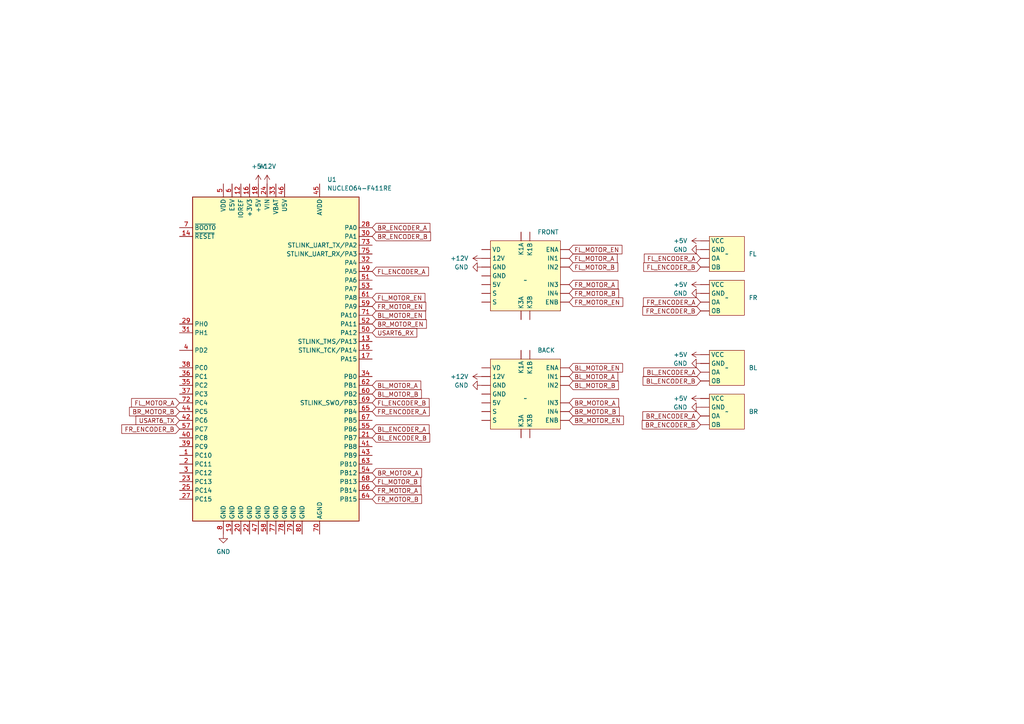
<source format=kicad_sch>
(kicad_sch (version 20230121) (generator eeschema)
  (paper "A4")
  (lib_symbols
    (symbol "MCU_Module:NUCLEO64-F411RE"
      (property "Reference" "U" (at -17.78 50.165 0))
      (property "Value" "NUCLEO64-F411RE" (at -17.78 48.26 0))
      (symbol "NUCLEO64-F411RE_0_1"
        (rectangle (start -24.13 -46.99) (end 24.13 46.99) (stroke (width 0.254)) (fill (type background)))
      )
      (symbol "NUCLEO64-F411RE_1_1"
        (pin bidirectional line (at -27.94 -27.94 0) (length 3.81) (name "PC10") (number "1"))
        (pin no_connect line (at -24.13 20.32 0) (length 3.81) hide (name "NC") (number "10"))
        (pin no_connect line (at -24.13 15.24 0) (length 3.81) hide (name "NC") (number "11"))
        (pin power_in line (at -10.16 50.8 270) (length 3.81) (name "IOREF") (number "12"))
        (pin bidirectional line (at 27.94 5.08 180) (length 3.81) (name "STLINK_TMS/PA13") (number "13"))
        (pin input line (at -27.94 35.56 0) (length 3.81) (name "~{RESET}") (number "14"))
        (pin bidirectional line (at 27.94 2.54 180) (length 3.81) (name "STLINK_TCK/PA14") (number "15"))
        (pin power_in line (at -7.62 50.8 270) (length 3.81) (name "+3V3") (number "16"))
        (pin bidirectional line (at 27.94 0 180) (length 3.81) (name "PA15") (number "17"))
        (pin power_in line (at -5.08 50.8 270) (length 3.81) (name "+5V") (number "18"))
        (pin power_in line (at -12.7 -50.8 90) (length 3.81) (name "GND") (number "19"))
        (pin bidirectional line (at -27.94 -30.48 0) (length 3.81) (name "PC11") (number "2"))
        (pin power_in line (at -10.16 -50.8 90) (length 3.81) (name "GND") (number "20"))
        (pin bidirectional line (at 27.94 -22.86 180) (length 3.81) (name "PB7") (number "21"))
        (pin power_in line (at -7.62 -50.8 90) (length 3.81) (name "GND") (number "22"))
        (pin bidirectional line (at -27.94 -35.56 0) (length 3.81) (name "PC13") (number "23"))
        (pin power_in line (at -2.54 50.8 270) (length 3.81) (name "VIN") (number "24"))
        (pin bidirectional line (at -27.94 -38.1 0) (length 3.81) (name "PC14") (number "25"))
        (pin no_connect line (at -24.13 22.86 0) (length 3.81) hide (name "NC") (number "26"))
        (pin bidirectional line (at -27.94 -40.64 0) (length 3.81) (name "PC15") (number "27"))
        (pin bidirectional line (at 27.94 38.1 180) (length 3.81) (name "PA0") (number "28"))
        (pin bidirectional line (at -27.94 10.16 0) (length 3.81) (name "PH0") (number "29"))
        (pin bidirectional line (at -27.94 -33.02 0) (length 3.81) (name "PC12") (number "3"))
        (pin bidirectional line (at 27.94 35.56 180) (length 3.81) (name "PA1") (number "30"))
        (pin bidirectional line (at -27.94 7.62 0) (length 3.81) (name "PH1") (number "31"))
        (pin bidirectional line (at 27.94 27.94 180) (length 3.81) (name "PA4") (number "32"))
        (pin power_in line (at 0 50.8 270) (length 3.81) (name "VBAT") (number "33"))
        (pin bidirectional line (at 27.94 -5.08 180) (length 3.81) (name "PB0") (number "34"))
        (pin bidirectional line (at -27.94 -7.62 0) (length 3.81) (name "PC2") (number "35"))
        (pin bidirectional line (at -27.94 -5.08 0) (length 3.81) (name "PC1") (number "36"))
        (pin bidirectional line (at -27.94 -10.16 0) (length 3.81) (name "PC3") (number "37"))
        (pin bidirectional line (at -27.94 -2.54 0) (length 3.81) (name "PC0") (number "38"))
        (pin bidirectional line (at -27.94 -25.4 0) (length 3.81) (name "PC9") (number "39"))
        (pin bidirectional line (at -27.94 2.54 0) (length 3.81) (name "PD2") (number "4"))
        (pin bidirectional line (at -27.94 -22.86 0) (length 3.81) (name "PC8") (number "40"))
        (pin bidirectional line (at 27.94 -25.4 180) (length 3.81) (name "PB8") (number "41"))
        (pin bidirectional line (at -27.94 -17.78 0) (length 3.81) (name "PC6") (number "42"))
        (pin bidirectional line (at 27.94 -27.94 180) (length 3.81) (name "PB9") (number "43"))
        (pin bidirectional line (at -27.94 -15.24 0) (length 3.81) (name "PC5") (number "44"))
        (pin power_in line (at 12.7 50.8 270) (length 3.81) (name "AVDD") (number "45"))
        (pin power_in line (at 2.54 50.8 270) (length 3.81) (name "U5V") (number "46"))
        (pin power_in line (at -5.08 -50.8 90) (length 3.81) (name "GND") (number "47"))
        (pin no_connect line (at -24.13 25.4 0) (length 3.81) hide (name "NC") (number "48"))
        (pin bidirectional line (at 27.94 25.4 180) (length 3.81) (name "PA5") (number "49"))
        (pin power_in line (at -15.24 50.8 270) (length 3.81) (name "VDD") (number "5"))
        (pin bidirectional line (at 27.94 7.62 180) (length 3.81) (name "PA12") (number "50"))
        (pin bidirectional line (at 27.94 22.86 180) (length 3.81) (name "PA6") (number "51"))
        (pin bidirectional line (at 27.94 10.16 180) (length 3.81) (name "PA11") (number "52"))
        (pin bidirectional line (at 27.94 20.32 180) (length 3.81) (name "PA7") (number "53"))
        (pin bidirectional line (at 27.94 -33.02 180) (length 3.81) (name "PB12") (number "54"))
        (pin bidirectional line (at 27.94 -20.32 180) (length 3.81) (name "PB6") (number "55"))
        (pin no_connect line (at -24.13 33.02 0) (length 3.81) hide (name "NC") (number "56"))
        (pin bidirectional line (at -27.94 -20.32 0) (length 3.81) (name "PC7") (number "57"))
        (pin power_in line (at -2.54 -50.8 90) (length 3.81) (name "GND") (number "58"))
        (pin bidirectional line (at 27.94 15.24 180) (length 3.81) (name "PA9") (number "59"))
        (pin power_in line (at -12.7 50.8 270) (length 3.81) (name "E5V") (number "6"))
        (pin bidirectional line (at 27.94 -10.16 180) (length 3.81) (name "PB2") (number "60"))
        (pin bidirectional line (at 27.94 17.78 180) (length 3.81) (name "PA8") (number "61"))
        (pin bidirectional line (at 27.94 -7.62 180) (length 3.81) (name "PB1") (number "62"))
        (pin bidirectional line (at 27.94 -30.48 180) (length 3.81) (name "PB10") (number "63"))
        (pin bidirectional line (at 27.94 -40.64 180) (length 3.81) (name "PB15") (number "64"))
        (pin bidirectional line (at 27.94 -15.24 180) (length 3.81) (name "PB4") (number "65"))
        (pin bidirectional line (at 27.94 -38.1 180) (length 3.81) (name "PB14") (number "66"))
        (pin bidirectional line (at 27.94 -17.78 180) (length 3.81) (name "PB5") (number "67"))
        (pin bidirectional line (at 27.94 -35.56 180) (length 3.81) (name "PB13") (number "68"))
        (pin bidirectional line (at 27.94 -12.7 180) (length 3.81) (name "STLINK_SWO/PB3") (number "69"))
        (pin input line (at -27.94 38.1 0) (length 3.81) (name "~{BOOT0}") (number "7"))
        (pin power_in line (at 12.7 -50.8 90) (length 3.81) (name "AGND") (number "70"))
        (pin bidirectional line (at 27.94 12.7 180) (length 3.81) (name "PA10") (number "71"))
        (pin bidirectional line (at -27.94 -12.7 0) (length 3.81) (name "PC4") (number "72"))
        (pin bidirectional line (at 27.94 33.02 180) (length 3.81) (name "STLINK_UART_TX/PA2") (number "73"))
        (pin no_connect line (at -24.13 30.48 0) (length 3.81) hide (name "NC") (number "74"))
        (pin bidirectional line (at 27.94 30.48 180) (length 3.81) (name "STLINK_UART_RX/PA3") (number "75"))
        (pin no_connect line (at -24.13 27.94 0) (length 3.81) hide (name "NC") (number "76"))
        (pin power_in line (at 0 -50.8 90) (length 3.81) (name "GND") (number "77"))
        (pin power_in line (at 2.54 -50.8 90) (length 3.81) (name "GND") (number "78"))
        (pin power_in line (at 5.08 -50.8 90) (length 3.81) (name "GND") (number "79"))
        (pin power_in line (at -15.24 -50.8 90) (length 3.81) (name "GND") (number "8"))
        (pin power_in line (at 7.62 -50.8 90) (length 3.81) (name "GND") (number "80"))
        (pin no_connect line (at -24.13 17.78 0) (length 3.81) hide (name "NC") (number "9"))
      )
    )
    (symbol "osoyoo_mecanum:driver_motori"
      (property "Reference" "U" (at 0 0 0))
      (symbol "driver_motori_1_1"
        (rectangle (start -10.16 11.43) (end 10.16 -8.89) (fill (type background)))
        (pin power_in line (at -12.7 6.35 0) (length 2.54) (name "12V") (number ""))
        (pin power_out line (at -12.7 -1.27 0) (length 2.54) (name "5V") (number ""))
        (pin input line (at 12.7 8.89 180) (length 2.54) (name "ENA") (number ""))
        (pin input line (at 12.7 -6.35 180) (length 2.54) (name "ENB") (number ""))
        (pin power_in line (at -12.7 1.27 0) (length 2.54) (name "GND") (number ""))
        (pin power_in line (at -12.7 3.81 0) (length 2.54) (name "GND") (number ""))
        (pin input line (at 12.7 6.35 180) (length 2.54) (name "IN1") (number ""))
        (pin input line (at 12.7 3.81 180) (length 2.54) (name "IN2") (number ""))
        (pin input line (at 12.7 -1.27 180) (length 2.54) (name "IN3") (number ""))
        (pin input line (at 12.7 -3.81 180) (length 2.54) (name "IN4") (number ""))
        (pin power_out line (at -1.27 13.97 270) (length 2.54) (name "K1A") (number ""))
        (pin power_out line (at 1.27 13.97 270) (length 2.54) (name "K1B") (number ""))
        (pin power_out line (at -1.27 -11.43 90) (length 2.54) (name "K3A") (number ""))
        (pin power_out line (at 1.27 -11.43 90) (length 2.54) (name "K3B") (number ""))
        (pin unspecified line (at -12.7 -6.35 0) (length 2.54) (name "S") (number ""))
        (pin unspecified line (at -12.7 -3.81 0) (length 2.54) (name "S") (number ""))
        (pin power_in line (at -12.7 8.89 0) (length 2.54) (name "VD") (number ""))
      )
    )
    (symbol "osoyoo_mecanum:encoder_motore"
      (property "Reference" "U" (at 0 0 0))
      (symbol "encoder_motore_1_1"
        (rectangle (start -5.08 5.08) (end 5.08 -5.08) (fill (type background)))
        (pin power_in line (at -7.62 1.27 0) (length 2.54) (name "GND") (number ""))
        (pin output line (at -7.62 -1.27 0) (length 2.54) (name "OA") (number ""))
        (pin output line (at -7.62 -3.81 0) (length 2.54) (name "OB") (number ""))
        (pin power_in line (at -7.62 3.81 0) (length 2.54) (name "VCC") (number ""))
      )
    )
    (symbol "power:+12V" (power) (pin_names (offset 0))
      (property "Value" "+12V" (at 0 3.556 0))
      (symbol "+12V_0_1"
        (polyline (pts (xy -0.762 1.27) (xy 0 2.54)))
        (polyline (pts (xy 0 0) (xy 0 2.54)))
        (polyline (pts (xy 0 2.54) (xy 0.762 1.27)))
      )
      (symbol "+12V_1_1"
        (pin power_in line (at 0 0 90) (length 0) hide (name "+12V") (number "1"))
      )
    )
    (symbol "power:+5V" (power) (pin_names (offset 0))
      (property "Value" "+5V" (at 0 3.556 0))
      (symbol "+5V_0_1"
        (polyline (pts (xy -0.762 1.27) (xy 0 2.54)))
        (polyline (pts (xy 0 0) (xy 0 2.54)))
        (polyline (pts (xy 0 2.54) (xy 0.762 1.27)))
      )
      (symbol "+5V_1_1"
        (pin power_in line (at 0 0 90) (length 0) hide (name "+5V") (number "1"))
      )
    )
    (symbol "power:GND" (power) (pin_names (offset 0))
      (property "Value" "GND" (at 0 -3.81 0))
      (symbol "GND_0_1"
        (polyline (pts (xy 0 0) (xy 0 -1.27) (xy 1.27 -1.27) (xy 0 -2.54) (xy -1.27 -1.27) (xy 0 -1.27)))
      )
      (symbol "GND_1_1"
        (pin power_in line (at 0 0 270) (length 0) hide (name "GND") (number "1"))
      )
    )
  )
  (global_label "BR_ENCODER_B" (shape input) (at 107.95 68.58 0) (property "Intersheetrefs" "${INTERSHEET_REFS}" (effects hide)))
  (global_label "BR_MOTOR_B" (shape input) (at 165.1 119.38 0) (property "Intersheetrefs" "${INTERSHEET_REFS}" (effects hide)))
  (global_label "FL_MOTOR_B" (shape input) (at 107.95 139.7 0) (property "Intersheetrefs" "${INTERSHEET_REFS}" (effects hide)))
  (global_label "BR_MOTOR_A" (shape input) (at 165.1 116.84 0) (property "Intersheetrefs" "${INTERSHEET_REFS}" (effects hide)))
  (global_label "BL_ENCODER_B" (shape input) (at 107.95 127 0) (property "Intersheetrefs" "${INTERSHEET_REFS}" (effects hide)))
  (global_label "FR_ENCODER_A" (shape input) (at 203.2 87.63 180) (property "Intersheetrefs" "${INTERSHEET_REFS}" (effects hide)))
  (global_label "BL_MOTOR_A" (shape input) (at 165.1 109.22 0) (property "Intersheetrefs" "${INTERSHEET_REFS}" (effects hide)))
  (global_label "FR_MOTOR_A" (shape input) (at 165.1 82.55 0) (property "Intersheetrefs" "${INTERSHEET_REFS}" (effects hide)))
  (global_label "BR_MOTOR_EN" (shape input) (at 107.95 93.98 0) (property "Intersheetrefs" "${INTERSHEET_REFS}" (effects hide)))
  (global_label "BL_MOTOR_A" (shape input) (at 107.95 111.76 0) (property "Intersheetrefs" "${INTERSHEET_REFS}" (effects hide)))
  (global_label "FR_MOTOR_EN" (shape input) (at 165.1 87.63 0) (property "Intersheetrefs" "${INTERSHEET_REFS}" (effects hide)))
  (global_label "FL_MOTOR_EN" (shape input) (at 165.1 72.39 0) (property "Intersheetrefs" "${INTERSHEET_REFS}" (effects hide)))
  (global_label "FR_ENCODER_A" (shape input) (at 107.95 119.38 0) (property "Intersheetrefs" "${INTERSHEET_REFS}" (effects hide)))
  (global_label "BR_MOTOR_A" (shape input) (at 107.95 137.16 0) (property "Intersheetrefs" "${INTERSHEET_REFS}" (effects hide)))
  (global_label "FL_MOTOR_EN" (shape input) (at 107.95 86.36 0) (property "Intersheetrefs" "${INTERSHEET_REFS}" (effects hide)))
  (global_label "BL_MOTOR_EN" (shape input) (at 165.1 106.68 0) (property "Intersheetrefs" "${INTERSHEET_REFS}" (effects hide)))
  (global_label "FR_MOTOR_B" (shape input) (at 107.95 144.78 0) (property "Intersheetrefs" "${INTERSHEET_REFS}" (effects hide)))
  (global_label "BR_MOTOR_B" (shape input) (at 52.07 119.38 180) (property "Intersheetrefs" "${INTERSHEET_REFS}" (effects hide)))
  (global_label "FL_MOTOR_A" (shape input) (at 52.07 116.84 180) (property "Intersheetrefs" "${INTERSHEET_REFS}" (effects hide)))
  (global_label "BR_ENCODER_A" (shape input) (at 203.2 120.65 180) (property "Intersheetrefs" "${INTERSHEET_REFS}" (effects hide)))
  (global_label "FR_ENCODER_B" (shape input) (at 203.2 90.17 180) (property "Intersheetrefs" "${INTERSHEET_REFS}" (effects hide)))
  (global_label "FL_ENCODER_A" (shape input) (at 107.95 78.74 0) (property "Intersheetrefs" "${INTERSHEET_REFS}" (effects hide)))
  (global_label "USART6_TX" (shape input) (at 52.07 121.92 180) (property "Intersheetrefs" "${INTERSHEET_REFS}" (effects hide)))
  (global_label "FL_MOTOR_A" (shape input) (at 165.1 74.93 0) (property "Intersheetrefs" "${INTERSHEET_REFS}" (effects hide)))
  (global_label "BL_ENCODER_A" (shape input) (at 107.95 124.46 0) (property "Intersheetrefs" "${INTERSHEET_REFS}" (effects hide)))
  (global_label "USART6_RX" (shape input) (at 107.95 96.52 0) (property "Intersheetrefs" "${INTERSHEET_REFS}" (effects hide)))
  (global_label "BL_MOTOR_B" (shape input) (at 107.95 114.3 0) (property "Intersheetrefs" "${INTERSHEET_REFS}" (effects hide)))
  (global_label "BR_MOTOR_EN" (shape input) (at 165.1 121.92 0) (property "Intersheetrefs" "${INTERSHEET_REFS}" (effects hide)))
  (global_label "FR_ENCODER_B" (shape input) (at 52.07 124.46 180) (property "Intersheetrefs" "${INTERSHEET_REFS}" (effects hide)))
  (global_label "BL_MOTOR_B" (shape input) (at 165.1 111.76 0) (property "Intersheetrefs" "${INTERSHEET_REFS}" (effects hide)))
  (global_label "BR_ENCODER_A" (shape input) (at 107.95 66.04 0) (property "Intersheetrefs" "${INTERSHEET_REFS}" (effects hide)))
  (global_label "BL_ENCODER_A" (shape input) (at 203.2 107.95 180) (property "Intersheetrefs" "${INTERSHEET_REFS}" (effects hide)))
  (global_label "FL_ENCODER_B" (shape input) (at 203.2 77.47 180) (property "Intersheetrefs" "${INTERSHEET_REFS}" (effects hide)))
  (global_label "BL_MOTOR_EN" (shape input) (at 107.95 91.44 0) (property "Intersheetrefs" "${INTERSHEET_REFS}" (effects hide)))
  (global_label "FR_MOTOR_A" (shape input) (at 107.95 142.24 0) (property "Intersheetrefs" "${INTERSHEET_REFS}" (effects hide)))
  (global_label "FR_MOTOR_B" (shape input) (at 165.1 85.09 0) (property "Intersheetrefs" "${INTERSHEET_REFS}" (effects hide)))
  (global_label "BR_ENCODER_B" (shape input) (at 203.2 123.19 180) (property "Intersheetrefs" "${INTERSHEET_REFS}" (effects hide)))
  (global_label "FR_MOTOR_EN" (shape input) (at 107.95 88.9 0) (property "Intersheetrefs" "${INTERSHEET_REFS}" (effects hide)))
  (global_label "FL_ENCODER_A" (shape input) (at 203.2 74.93 180) (property "Intersheetrefs" "${INTERSHEET_REFS}" (effects hide)))
  (global_label "FL_MOTOR_B" (shape input) (at 165.1 77.47 0) (property "Intersheetrefs" "${INTERSHEET_REFS}" (effects hide)))
  (global_label "FL_ENCODER_B" (shape input) (at 107.95 116.84 0) (property "Intersheetrefs" "${INTERSHEET_REFS}" (effects hide)))
  (global_label "BL_ENCODER_B" (shape input) (at 203.2 110.49 180) (property "Intersheetrefs" "${INTERSHEET_REFS}" (effects hide)))
  (symbol (lib_id "osoyoo_mecanum:encoder_motore") (at 210.82 73.66 0) (unit 1)
    (property "Reference" "FL" (at 217.17 73.66 0) (effects (justify left)))
    (property "Value" "~" (at 210.82 73.66 0))
  )
  (symbol (lib_id "power:+12V") (at 139.7 74.93 90) (unit 1)
    (property "Reference" "#PWR08" (effects hide))
    (property "Value" "+12V" (at 135.89 74.93 90) (effects (justify left)))
  )
  (symbol (lib_id "power:+5V") (at 203.2 102.87 90) (unit 1)
    (property "Reference" "#PWR04" (effects hide))
    (property "Value" "+5V" (at 199.39 102.87 90) (effects (justify left)))
  )
  (symbol (lib_id "power:GND") (at 203.2 85.09 270) (unit 1)
    (property "Reference" "#PWR014" (effects hide))
    (property "Value" "GND" (at 199.39 85.09 90) (effects (justify right)))
  )
  (symbol (lib_id "osoyoo_mecanum:driver_motori") (at 152.4 81.28 0) (unit 1)
    (property "Reference" "FRONT" (at 155.8641 67.31 0) (effects (justify left)))
    (property "Value" "~" (at 152.4 81.28 0))
  )
  (symbol (lib_id "power:GND") (at 64.77 154.94 0) (unit 1)
    (property "Reference" "#PWR07" (effects hide))
    (property "Value" "GND" (at 64.77 160.02 0))
  )
  (symbol (lib_id "power:+5V") (at 203.2 115.57 90) (unit 1)
    (property "Reference" "#PWR05" (effects hide))
    (property "Value" "+5V" (at 199.39 115.57 90) (effects (justify left)))
  )
  (symbol (lib_id "power:GND") (at 203.2 105.41 270) (unit 1)
    (property "Reference" "#PWR013" (effects hide))
    (property "Value" "GND" (at 199.39 105.41 90) (effects (justify right)))
  )
  (symbol (lib_id "power:GND") (at 203.2 72.39 270) (unit 1)
    (property "Reference" "#PWR012" (effects hide))
    (property "Value" "GND" (at 199.39 72.39 90) (effects (justify right)))
  )
  (symbol (lib_id "power:+12V") (at 139.7 109.22 90) (unit 1)
    (property "Reference" "#PWR09" (effects hide))
    (property "Value" "+12V" (at 135.89 109.22 90) (effects (justify left)))
  )
  (symbol (lib_id "power:+12V") (at 77.47 53.34 0) (unit 1)
    (property "Reference" "#PWR06" (effects hide))
    (property "Value" "+12V" (at 77.47 48.26 0))
  )
  (symbol (lib_id "power:+5V") (at 74.93 53.34 0) (unit 1)
    (property "Reference" "#PWR01" (effects hide))
    (property "Value" "+5V" (at 74.93 48.26 0))
  )
  (symbol (lib_id "osoyoo_mecanum:encoder_motore") (at 210.82 86.36 0) (unit 1)
    (property "Reference" "FR" (at 217.17 86.36 0) (effects (justify left)))
    (property "Value" "~" (at 210.82 86.36 0))
  )
  (symbol (lib_id "power:GND") (at 139.7 77.47 270) (unit 1)
    (property "Reference" "#PWR011" (effects hide))
    (property "Value" "GND" (at 135.89 77.47 90) (effects (justify right)))
  )
  (symbol (lib_id "power:+5V") (at 203.2 82.55 90) (unit 1)
    (property "Reference" "#PWR03" (effects hide))
    (property "Value" "+5V" (at 199.39 82.55 90) (effects (justify left)))
  )
  (symbol (lib_id "osoyoo_mecanum:driver_motori") (at 152.4 115.57 0) (unit 1)
    (property "Reference" "BACK" (at 155.8641 101.6 0) (effects (justify left)))
    (property "Value" "~" (at 152.4 115.57 0))
  )
  (symbol (lib_id "power:+5V") (at 203.2 69.85 90) (unit 1)
    (property "Reference" "#PWR02" (effects hide))
    (property "Value" "+5V" (at 199.39 69.85 90) (effects (justify left)))
  )
  (symbol (lib_id "power:GND") (at 203.2 118.11 270) (unit 1)
    (property "Reference" "#PWR015" (effects hide))
    (property "Value" "GND" (at 199.39 118.11 90) (effects (justify right)))
  )
  (symbol (lib_id "MCU_Module:NUCLEO64-F411RE") (at 80.01 104.14 0) (unit 1)
    (property "Reference" "U1" (at 94.9041 52.07 0) (effects (justify left)))
    (property "Value" "NUCLEO64-F411RE" (at 94.9041 54.61 0) (effects (justify left)))
    (property "Footprint" "Module:ST_Morpho_Connector_144_STLink" (effects hide))
    (property "Datasheet" "http://www.st.com/st-web-ui/static/active/en/resource/technical/document/data_brief/DM00105918.pdf" (effects hide))
  )
  (symbol (lib_id "osoyoo_mecanum:encoder_motore") (at 210.82 119.38 0) (unit 1)
    (property "Reference" "BR" (at 217.17 119.38 0) (effects (justify left)))
    (property "Value" "~" (at 210.82 119.38 0))
  )
  (symbol (lib_id "osoyoo_mecanum:encoder_motore") (at 210.82 106.68 0) (unit 1)
    (property "Reference" "BL" (at 217.17 106.68 0) (effects (justify left)))
    (property "Value" "~" (at 210.82 106.68 0))
  )
  (symbol (lib_id "power:GND") (at 139.7 111.76 270) (unit 1)
    (property "Reference" "#PWR010" (effects hide))
    (property "Value" "GND" (at 135.89 111.76 90) (effects (justify right)))
  )
)
</source>
